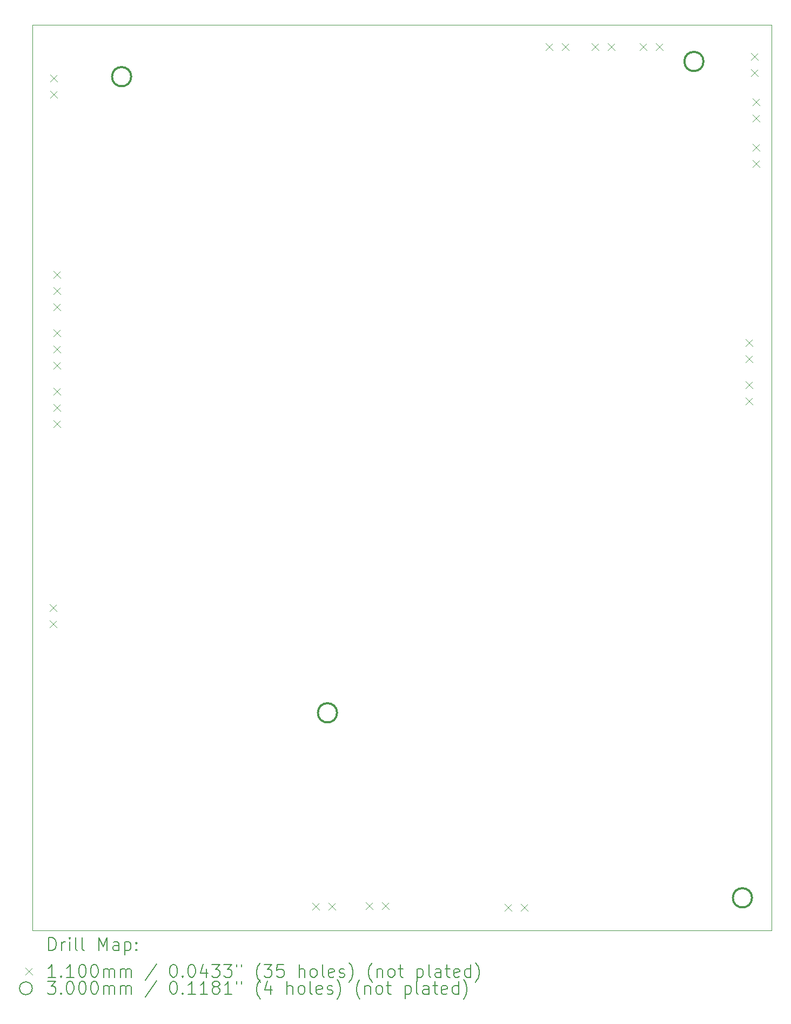
<source format=gbr>
%TF.GenerationSoftware,KiCad,Pcbnew,8.0.1*%
%TF.CreationDate,2024-08-10T17:11:05+02:00*%
%TF.ProjectId,Tracker,54726163-6b65-4722-9e6b-696361645f70,rev?*%
%TF.SameCoordinates,PX2857260PY98c9c50*%
%TF.FileFunction,Drillmap*%
%TF.FilePolarity,Positive*%
%FSLAX45Y45*%
G04 Gerber Fmt 4.5, Leading zero omitted, Abs format (unit mm)*
G04 Created by KiCad (PCBNEW 8.0.1) date 2024-08-10 17:11:05*
%MOMM*%
%LPD*%
G01*
G04 APERTURE LIST*
%ADD10C,0.100000*%
%ADD11C,0.200000*%
%ADD12C,0.110000*%
%ADD13C,0.300000*%
G04 APERTURE END LIST*
D10*
X5271185Y14088748D02*
X16855000Y14088748D01*
X16855000Y-81252D01*
X5271185Y-81252D01*
X5271185Y14088748D01*
D11*
D12*
X5544000Y5024000D02*
X5654000Y4914000D01*
X5654000Y5024000D02*
X5544000Y4914000D01*
X5544000Y4770000D02*
X5654000Y4660000D01*
X5654000Y4770000D02*
X5544000Y4660000D01*
X5544800Y13307400D02*
X5654800Y13197400D01*
X5654800Y13307400D02*
X5544800Y13197400D01*
X5544800Y13053400D02*
X5654800Y12943400D01*
X5654800Y13053400D02*
X5544800Y12943400D01*
X5595600Y10234000D02*
X5705600Y10124000D01*
X5705600Y10234000D02*
X5595600Y10124000D01*
X5595600Y9980000D02*
X5705600Y9870000D01*
X5705600Y9980000D02*
X5595600Y9870000D01*
X5595600Y9726000D02*
X5705600Y9616000D01*
X5705600Y9726000D02*
X5595600Y9616000D01*
X5595600Y9319600D02*
X5705600Y9209600D01*
X5705600Y9319600D02*
X5595600Y9209600D01*
X5595600Y9065600D02*
X5705600Y8955600D01*
X5705600Y9065600D02*
X5595600Y8955600D01*
X5595600Y8811600D02*
X5705600Y8701600D01*
X5705600Y8811600D02*
X5595600Y8701600D01*
X5595600Y8405200D02*
X5705600Y8295200D01*
X5705600Y8405200D02*
X5595600Y8295200D01*
X5595600Y8151200D02*
X5705600Y8041200D01*
X5705600Y8151200D02*
X5595600Y8041200D01*
X5595600Y7897200D02*
X5705600Y7787200D01*
X5705600Y7897200D02*
X5595600Y7787200D01*
X9656000Y349500D02*
X9766000Y239500D01*
X9766000Y349500D02*
X9656000Y239500D01*
X9910000Y349500D02*
X10020000Y239500D01*
X10020000Y349500D02*
X9910000Y239500D01*
X10490000Y353500D02*
X10600000Y243500D01*
X10600000Y353500D02*
X10490000Y243500D01*
X10744000Y353500D02*
X10854000Y243500D01*
X10854000Y353500D02*
X10744000Y243500D01*
X12670000Y333000D02*
X12780000Y223000D01*
X12780000Y333000D02*
X12670000Y223000D01*
X12924000Y333000D02*
X13034000Y223000D01*
X13034000Y333000D02*
X12924000Y223000D01*
X13313000Y13802000D02*
X13423000Y13692000D01*
X13423000Y13802000D02*
X13313000Y13692000D01*
X13567000Y13802000D02*
X13677000Y13692000D01*
X13677000Y13802000D02*
X13567000Y13692000D01*
X14033500Y13797500D02*
X14143500Y13687500D01*
X14143500Y13797500D02*
X14033500Y13687500D01*
X14287500Y13797500D02*
X14397500Y13687500D01*
X14397500Y13797500D02*
X14287500Y13687500D01*
X14788500Y13802500D02*
X14898500Y13692500D01*
X14898500Y13802500D02*
X14788500Y13692500D01*
X15042500Y13802500D02*
X15152500Y13692500D01*
X15152500Y13802500D02*
X15042500Y13692500D01*
X16441400Y9167200D02*
X16551400Y9057200D01*
X16551400Y9167200D02*
X16441400Y9057200D01*
X16441400Y8913200D02*
X16551400Y8803200D01*
X16551400Y8913200D02*
X16441400Y8803200D01*
X16441400Y8506800D02*
X16551400Y8396800D01*
X16551400Y8506800D02*
X16441400Y8396800D01*
X16441400Y8252800D02*
X16551400Y8142800D01*
X16551400Y8252800D02*
X16441400Y8142800D01*
X16526100Y13650400D02*
X16636100Y13540400D01*
X16636100Y13650400D02*
X16526100Y13540400D01*
X16526100Y13396400D02*
X16636100Y13286400D01*
X16636100Y13396400D02*
X16526100Y13286400D01*
X16551500Y12939200D02*
X16661500Y12829200D01*
X16661500Y12939200D02*
X16551500Y12829200D01*
X16551500Y12685200D02*
X16661500Y12575200D01*
X16661500Y12685200D02*
X16551500Y12575200D01*
X16551500Y12228000D02*
X16661500Y12118000D01*
X16661500Y12228000D02*
X16551500Y12118000D01*
X16551500Y11974000D02*
X16661500Y11864000D01*
X16661500Y11974000D02*
X16551500Y11864000D01*
D13*
X6816600Y13277800D02*
G75*
G02*
X6516600Y13277800I-150000J0D01*
G01*
X6516600Y13277800D02*
G75*
G02*
X6816600Y13277800I150000J0D01*
G01*
X10042400Y3321000D02*
G75*
G02*
X9742400Y3321000I-150000J0D01*
G01*
X9742400Y3321000D02*
G75*
G02*
X10042400Y3321000I150000J0D01*
G01*
X15785000Y13516000D02*
G75*
G02*
X15485000Y13516000I-150000J0D01*
G01*
X15485000Y13516000D02*
G75*
G02*
X15785000Y13516000I150000J0D01*
G01*
X16544800Y425400D02*
G75*
G02*
X16244800Y425400I-150000J0D01*
G01*
X16244800Y425400D02*
G75*
G02*
X16544800Y425400I150000J0D01*
G01*
D11*
X5526961Y-397736D02*
X5526961Y-197736D01*
X5526961Y-197736D02*
X5574580Y-197736D01*
X5574580Y-197736D02*
X5603152Y-207260D01*
X5603152Y-207260D02*
X5622199Y-226307D01*
X5622199Y-226307D02*
X5631723Y-245355D01*
X5631723Y-245355D02*
X5641247Y-283450D01*
X5641247Y-283450D02*
X5641247Y-312022D01*
X5641247Y-312022D02*
X5631723Y-350117D01*
X5631723Y-350117D02*
X5622199Y-369164D01*
X5622199Y-369164D02*
X5603152Y-388212D01*
X5603152Y-388212D02*
X5574580Y-397736D01*
X5574580Y-397736D02*
X5526961Y-397736D01*
X5726961Y-397736D02*
X5726961Y-264402D01*
X5726961Y-302498D02*
X5736485Y-283450D01*
X5736485Y-283450D02*
X5746009Y-273926D01*
X5746009Y-273926D02*
X5765056Y-264402D01*
X5765056Y-264402D02*
X5784104Y-264402D01*
X5850771Y-397736D02*
X5850771Y-264402D01*
X5850771Y-197736D02*
X5841247Y-207260D01*
X5841247Y-207260D02*
X5850771Y-216783D01*
X5850771Y-216783D02*
X5860295Y-207260D01*
X5860295Y-207260D02*
X5850771Y-197736D01*
X5850771Y-197736D02*
X5850771Y-216783D01*
X5974580Y-397736D02*
X5955533Y-388212D01*
X5955533Y-388212D02*
X5946009Y-369164D01*
X5946009Y-369164D02*
X5946009Y-197736D01*
X6079342Y-397736D02*
X6060295Y-388212D01*
X6060295Y-388212D02*
X6050771Y-369164D01*
X6050771Y-369164D02*
X6050771Y-197736D01*
X6307914Y-397736D02*
X6307914Y-197736D01*
X6307914Y-197736D02*
X6374580Y-340593D01*
X6374580Y-340593D02*
X6441247Y-197736D01*
X6441247Y-197736D02*
X6441247Y-397736D01*
X6622199Y-397736D02*
X6622199Y-292974D01*
X6622199Y-292974D02*
X6612676Y-273926D01*
X6612676Y-273926D02*
X6593628Y-264402D01*
X6593628Y-264402D02*
X6555533Y-264402D01*
X6555533Y-264402D02*
X6536485Y-273926D01*
X6622199Y-388212D02*
X6603152Y-397736D01*
X6603152Y-397736D02*
X6555533Y-397736D01*
X6555533Y-397736D02*
X6536485Y-388212D01*
X6536485Y-388212D02*
X6526961Y-369164D01*
X6526961Y-369164D02*
X6526961Y-350117D01*
X6526961Y-350117D02*
X6536485Y-331069D01*
X6536485Y-331069D02*
X6555533Y-321545D01*
X6555533Y-321545D02*
X6603152Y-321545D01*
X6603152Y-321545D02*
X6622199Y-312022D01*
X6717437Y-264402D02*
X6717437Y-464402D01*
X6717437Y-273926D02*
X6736485Y-264402D01*
X6736485Y-264402D02*
X6774580Y-264402D01*
X6774580Y-264402D02*
X6793628Y-273926D01*
X6793628Y-273926D02*
X6803152Y-283450D01*
X6803152Y-283450D02*
X6812676Y-302498D01*
X6812676Y-302498D02*
X6812676Y-359640D01*
X6812676Y-359640D02*
X6803152Y-378688D01*
X6803152Y-378688D02*
X6793628Y-388212D01*
X6793628Y-388212D02*
X6774580Y-397736D01*
X6774580Y-397736D02*
X6736485Y-397736D01*
X6736485Y-397736D02*
X6717437Y-388212D01*
X6898390Y-378688D02*
X6907914Y-388212D01*
X6907914Y-388212D02*
X6898390Y-397736D01*
X6898390Y-397736D02*
X6888866Y-388212D01*
X6888866Y-388212D02*
X6898390Y-378688D01*
X6898390Y-378688D02*
X6898390Y-397736D01*
X6898390Y-273926D02*
X6907914Y-283450D01*
X6907914Y-283450D02*
X6898390Y-292974D01*
X6898390Y-292974D02*
X6888866Y-283450D01*
X6888866Y-283450D02*
X6898390Y-273926D01*
X6898390Y-273926D02*
X6898390Y-292974D01*
D12*
X5156185Y-671252D02*
X5266185Y-781252D01*
X5266185Y-671252D02*
X5156185Y-781252D01*
D11*
X5631723Y-817736D02*
X5517438Y-817736D01*
X5574580Y-817736D02*
X5574580Y-617736D01*
X5574580Y-617736D02*
X5555533Y-646307D01*
X5555533Y-646307D02*
X5536485Y-665355D01*
X5536485Y-665355D02*
X5517438Y-674879D01*
X5717437Y-798688D02*
X5726961Y-808212D01*
X5726961Y-808212D02*
X5717437Y-817736D01*
X5717437Y-817736D02*
X5707914Y-808212D01*
X5707914Y-808212D02*
X5717437Y-798688D01*
X5717437Y-798688D02*
X5717437Y-817736D01*
X5917437Y-817736D02*
X5803152Y-817736D01*
X5860295Y-817736D02*
X5860295Y-617736D01*
X5860295Y-617736D02*
X5841247Y-646307D01*
X5841247Y-646307D02*
X5822199Y-665355D01*
X5822199Y-665355D02*
X5803152Y-674879D01*
X6041247Y-617736D02*
X6060295Y-617736D01*
X6060295Y-617736D02*
X6079342Y-627260D01*
X6079342Y-627260D02*
X6088866Y-636783D01*
X6088866Y-636783D02*
X6098390Y-655831D01*
X6098390Y-655831D02*
X6107914Y-693926D01*
X6107914Y-693926D02*
X6107914Y-741545D01*
X6107914Y-741545D02*
X6098390Y-779640D01*
X6098390Y-779640D02*
X6088866Y-798688D01*
X6088866Y-798688D02*
X6079342Y-808212D01*
X6079342Y-808212D02*
X6060295Y-817736D01*
X6060295Y-817736D02*
X6041247Y-817736D01*
X6041247Y-817736D02*
X6022199Y-808212D01*
X6022199Y-808212D02*
X6012676Y-798688D01*
X6012676Y-798688D02*
X6003152Y-779640D01*
X6003152Y-779640D02*
X5993628Y-741545D01*
X5993628Y-741545D02*
X5993628Y-693926D01*
X5993628Y-693926D02*
X6003152Y-655831D01*
X6003152Y-655831D02*
X6012676Y-636783D01*
X6012676Y-636783D02*
X6022199Y-627260D01*
X6022199Y-627260D02*
X6041247Y-617736D01*
X6231723Y-617736D02*
X6250771Y-617736D01*
X6250771Y-617736D02*
X6269818Y-627260D01*
X6269818Y-627260D02*
X6279342Y-636783D01*
X6279342Y-636783D02*
X6288866Y-655831D01*
X6288866Y-655831D02*
X6298390Y-693926D01*
X6298390Y-693926D02*
X6298390Y-741545D01*
X6298390Y-741545D02*
X6288866Y-779640D01*
X6288866Y-779640D02*
X6279342Y-798688D01*
X6279342Y-798688D02*
X6269818Y-808212D01*
X6269818Y-808212D02*
X6250771Y-817736D01*
X6250771Y-817736D02*
X6231723Y-817736D01*
X6231723Y-817736D02*
X6212676Y-808212D01*
X6212676Y-808212D02*
X6203152Y-798688D01*
X6203152Y-798688D02*
X6193628Y-779640D01*
X6193628Y-779640D02*
X6184104Y-741545D01*
X6184104Y-741545D02*
X6184104Y-693926D01*
X6184104Y-693926D02*
X6193628Y-655831D01*
X6193628Y-655831D02*
X6203152Y-636783D01*
X6203152Y-636783D02*
X6212676Y-627260D01*
X6212676Y-627260D02*
X6231723Y-617736D01*
X6384104Y-817736D02*
X6384104Y-684402D01*
X6384104Y-703450D02*
X6393628Y-693926D01*
X6393628Y-693926D02*
X6412676Y-684402D01*
X6412676Y-684402D02*
X6441247Y-684402D01*
X6441247Y-684402D02*
X6460295Y-693926D01*
X6460295Y-693926D02*
X6469818Y-712974D01*
X6469818Y-712974D02*
X6469818Y-817736D01*
X6469818Y-712974D02*
X6479342Y-693926D01*
X6479342Y-693926D02*
X6498390Y-684402D01*
X6498390Y-684402D02*
X6526961Y-684402D01*
X6526961Y-684402D02*
X6546009Y-693926D01*
X6546009Y-693926D02*
X6555533Y-712974D01*
X6555533Y-712974D02*
X6555533Y-817736D01*
X6650771Y-817736D02*
X6650771Y-684402D01*
X6650771Y-703450D02*
X6660295Y-693926D01*
X6660295Y-693926D02*
X6679342Y-684402D01*
X6679342Y-684402D02*
X6707914Y-684402D01*
X6707914Y-684402D02*
X6726961Y-693926D01*
X6726961Y-693926D02*
X6736485Y-712974D01*
X6736485Y-712974D02*
X6736485Y-817736D01*
X6736485Y-712974D02*
X6746009Y-693926D01*
X6746009Y-693926D02*
X6765057Y-684402D01*
X6765057Y-684402D02*
X6793628Y-684402D01*
X6793628Y-684402D02*
X6812676Y-693926D01*
X6812676Y-693926D02*
X6822199Y-712974D01*
X6822199Y-712974D02*
X6822199Y-817736D01*
X7212676Y-608212D02*
X7041247Y-865355D01*
X7469819Y-617736D02*
X7488866Y-617736D01*
X7488866Y-617736D02*
X7507914Y-627260D01*
X7507914Y-627260D02*
X7517438Y-636783D01*
X7517438Y-636783D02*
X7526961Y-655831D01*
X7526961Y-655831D02*
X7536485Y-693926D01*
X7536485Y-693926D02*
X7536485Y-741545D01*
X7536485Y-741545D02*
X7526961Y-779640D01*
X7526961Y-779640D02*
X7517438Y-798688D01*
X7517438Y-798688D02*
X7507914Y-808212D01*
X7507914Y-808212D02*
X7488866Y-817736D01*
X7488866Y-817736D02*
X7469819Y-817736D01*
X7469819Y-817736D02*
X7450771Y-808212D01*
X7450771Y-808212D02*
X7441247Y-798688D01*
X7441247Y-798688D02*
X7431723Y-779640D01*
X7431723Y-779640D02*
X7422200Y-741545D01*
X7422200Y-741545D02*
X7422200Y-693926D01*
X7422200Y-693926D02*
X7431723Y-655831D01*
X7431723Y-655831D02*
X7441247Y-636783D01*
X7441247Y-636783D02*
X7450771Y-627260D01*
X7450771Y-627260D02*
X7469819Y-617736D01*
X7622200Y-798688D02*
X7631723Y-808212D01*
X7631723Y-808212D02*
X7622200Y-817736D01*
X7622200Y-817736D02*
X7612676Y-808212D01*
X7612676Y-808212D02*
X7622200Y-798688D01*
X7622200Y-798688D02*
X7622200Y-817736D01*
X7755533Y-617736D02*
X7774581Y-617736D01*
X7774581Y-617736D02*
X7793628Y-627260D01*
X7793628Y-627260D02*
X7803152Y-636783D01*
X7803152Y-636783D02*
X7812676Y-655831D01*
X7812676Y-655831D02*
X7822200Y-693926D01*
X7822200Y-693926D02*
X7822200Y-741545D01*
X7822200Y-741545D02*
X7812676Y-779640D01*
X7812676Y-779640D02*
X7803152Y-798688D01*
X7803152Y-798688D02*
X7793628Y-808212D01*
X7793628Y-808212D02*
X7774581Y-817736D01*
X7774581Y-817736D02*
X7755533Y-817736D01*
X7755533Y-817736D02*
X7736485Y-808212D01*
X7736485Y-808212D02*
X7726961Y-798688D01*
X7726961Y-798688D02*
X7717438Y-779640D01*
X7717438Y-779640D02*
X7707914Y-741545D01*
X7707914Y-741545D02*
X7707914Y-693926D01*
X7707914Y-693926D02*
X7717438Y-655831D01*
X7717438Y-655831D02*
X7726961Y-636783D01*
X7726961Y-636783D02*
X7736485Y-627260D01*
X7736485Y-627260D02*
X7755533Y-617736D01*
X7993628Y-684402D02*
X7993628Y-817736D01*
X7946009Y-608212D02*
X7898390Y-751069D01*
X7898390Y-751069D02*
X8022200Y-751069D01*
X8079342Y-617736D02*
X8203152Y-617736D01*
X8203152Y-617736D02*
X8136485Y-693926D01*
X8136485Y-693926D02*
X8165057Y-693926D01*
X8165057Y-693926D02*
X8184104Y-703450D01*
X8184104Y-703450D02*
X8193628Y-712974D01*
X8193628Y-712974D02*
X8203152Y-732021D01*
X8203152Y-732021D02*
X8203152Y-779640D01*
X8203152Y-779640D02*
X8193628Y-798688D01*
X8193628Y-798688D02*
X8184104Y-808212D01*
X8184104Y-808212D02*
X8165057Y-817736D01*
X8165057Y-817736D02*
X8107914Y-817736D01*
X8107914Y-817736D02*
X8088866Y-808212D01*
X8088866Y-808212D02*
X8079342Y-798688D01*
X8269819Y-617736D02*
X8393628Y-617736D01*
X8393628Y-617736D02*
X8326961Y-693926D01*
X8326961Y-693926D02*
X8355533Y-693926D01*
X8355533Y-693926D02*
X8374581Y-703450D01*
X8374581Y-703450D02*
X8384104Y-712974D01*
X8384104Y-712974D02*
X8393628Y-732021D01*
X8393628Y-732021D02*
X8393628Y-779640D01*
X8393628Y-779640D02*
X8384104Y-798688D01*
X8384104Y-798688D02*
X8374581Y-808212D01*
X8374581Y-808212D02*
X8355533Y-817736D01*
X8355533Y-817736D02*
X8298390Y-817736D01*
X8298390Y-817736D02*
X8279342Y-808212D01*
X8279342Y-808212D02*
X8269819Y-798688D01*
X8469819Y-617736D02*
X8469819Y-655831D01*
X8546009Y-617736D02*
X8546009Y-655831D01*
X8841247Y-893926D02*
X8831724Y-884402D01*
X8831724Y-884402D02*
X8812676Y-855831D01*
X8812676Y-855831D02*
X8803152Y-836783D01*
X8803152Y-836783D02*
X8793628Y-808212D01*
X8793628Y-808212D02*
X8784105Y-760593D01*
X8784105Y-760593D02*
X8784105Y-722498D01*
X8784105Y-722498D02*
X8793628Y-674879D01*
X8793628Y-674879D02*
X8803152Y-646307D01*
X8803152Y-646307D02*
X8812676Y-627260D01*
X8812676Y-627260D02*
X8831724Y-598688D01*
X8831724Y-598688D02*
X8841247Y-589164D01*
X8898390Y-617736D02*
X9022200Y-617736D01*
X9022200Y-617736D02*
X8955533Y-693926D01*
X8955533Y-693926D02*
X8984105Y-693926D01*
X8984105Y-693926D02*
X9003152Y-703450D01*
X9003152Y-703450D02*
X9012676Y-712974D01*
X9012676Y-712974D02*
X9022200Y-732021D01*
X9022200Y-732021D02*
X9022200Y-779640D01*
X9022200Y-779640D02*
X9012676Y-798688D01*
X9012676Y-798688D02*
X9003152Y-808212D01*
X9003152Y-808212D02*
X8984105Y-817736D01*
X8984105Y-817736D02*
X8926962Y-817736D01*
X8926962Y-817736D02*
X8907914Y-808212D01*
X8907914Y-808212D02*
X8898390Y-798688D01*
X9203152Y-617736D02*
X9107914Y-617736D01*
X9107914Y-617736D02*
X9098390Y-712974D01*
X9098390Y-712974D02*
X9107914Y-703450D01*
X9107914Y-703450D02*
X9126962Y-693926D01*
X9126962Y-693926D02*
X9174581Y-693926D01*
X9174581Y-693926D02*
X9193628Y-703450D01*
X9193628Y-703450D02*
X9203152Y-712974D01*
X9203152Y-712974D02*
X9212676Y-732021D01*
X9212676Y-732021D02*
X9212676Y-779640D01*
X9212676Y-779640D02*
X9203152Y-798688D01*
X9203152Y-798688D02*
X9193628Y-808212D01*
X9193628Y-808212D02*
X9174581Y-817736D01*
X9174581Y-817736D02*
X9126962Y-817736D01*
X9126962Y-817736D02*
X9107914Y-808212D01*
X9107914Y-808212D02*
X9098390Y-798688D01*
X9450771Y-817736D02*
X9450771Y-617736D01*
X9536486Y-817736D02*
X9536486Y-712974D01*
X9536486Y-712974D02*
X9526962Y-693926D01*
X9526962Y-693926D02*
X9507914Y-684402D01*
X9507914Y-684402D02*
X9479343Y-684402D01*
X9479343Y-684402D02*
X9460295Y-693926D01*
X9460295Y-693926D02*
X9450771Y-703450D01*
X9660295Y-817736D02*
X9641247Y-808212D01*
X9641247Y-808212D02*
X9631724Y-798688D01*
X9631724Y-798688D02*
X9622200Y-779640D01*
X9622200Y-779640D02*
X9622200Y-722498D01*
X9622200Y-722498D02*
X9631724Y-703450D01*
X9631724Y-703450D02*
X9641247Y-693926D01*
X9641247Y-693926D02*
X9660295Y-684402D01*
X9660295Y-684402D02*
X9688867Y-684402D01*
X9688867Y-684402D02*
X9707914Y-693926D01*
X9707914Y-693926D02*
X9717438Y-703450D01*
X9717438Y-703450D02*
X9726962Y-722498D01*
X9726962Y-722498D02*
X9726962Y-779640D01*
X9726962Y-779640D02*
X9717438Y-798688D01*
X9717438Y-798688D02*
X9707914Y-808212D01*
X9707914Y-808212D02*
X9688867Y-817736D01*
X9688867Y-817736D02*
X9660295Y-817736D01*
X9841247Y-817736D02*
X9822200Y-808212D01*
X9822200Y-808212D02*
X9812676Y-789164D01*
X9812676Y-789164D02*
X9812676Y-617736D01*
X9993628Y-808212D02*
X9974581Y-817736D01*
X9974581Y-817736D02*
X9936486Y-817736D01*
X9936486Y-817736D02*
X9917438Y-808212D01*
X9917438Y-808212D02*
X9907914Y-789164D01*
X9907914Y-789164D02*
X9907914Y-712974D01*
X9907914Y-712974D02*
X9917438Y-693926D01*
X9917438Y-693926D02*
X9936486Y-684402D01*
X9936486Y-684402D02*
X9974581Y-684402D01*
X9974581Y-684402D02*
X9993628Y-693926D01*
X9993628Y-693926D02*
X10003152Y-712974D01*
X10003152Y-712974D02*
X10003152Y-732021D01*
X10003152Y-732021D02*
X9907914Y-751069D01*
X10079343Y-808212D02*
X10098390Y-817736D01*
X10098390Y-817736D02*
X10136486Y-817736D01*
X10136486Y-817736D02*
X10155533Y-808212D01*
X10155533Y-808212D02*
X10165057Y-789164D01*
X10165057Y-789164D02*
X10165057Y-779640D01*
X10165057Y-779640D02*
X10155533Y-760593D01*
X10155533Y-760593D02*
X10136486Y-751069D01*
X10136486Y-751069D02*
X10107914Y-751069D01*
X10107914Y-751069D02*
X10088867Y-741545D01*
X10088867Y-741545D02*
X10079343Y-722498D01*
X10079343Y-722498D02*
X10079343Y-712974D01*
X10079343Y-712974D02*
X10088867Y-693926D01*
X10088867Y-693926D02*
X10107914Y-684402D01*
X10107914Y-684402D02*
X10136486Y-684402D01*
X10136486Y-684402D02*
X10155533Y-693926D01*
X10231724Y-893926D02*
X10241248Y-884402D01*
X10241248Y-884402D02*
X10260295Y-855831D01*
X10260295Y-855831D02*
X10269819Y-836783D01*
X10269819Y-836783D02*
X10279343Y-808212D01*
X10279343Y-808212D02*
X10288867Y-760593D01*
X10288867Y-760593D02*
X10288867Y-722498D01*
X10288867Y-722498D02*
X10279343Y-674879D01*
X10279343Y-674879D02*
X10269819Y-646307D01*
X10269819Y-646307D02*
X10260295Y-627260D01*
X10260295Y-627260D02*
X10241248Y-598688D01*
X10241248Y-598688D02*
X10231724Y-589164D01*
X10593629Y-893926D02*
X10584105Y-884402D01*
X10584105Y-884402D02*
X10565057Y-855831D01*
X10565057Y-855831D02*
X10555533Y-836783D01*
X10555533Y-836783D02*
X10546009Y-808212D01*
X10546009Y-808212D02*
X10536486Y-760593D01*
X10536486Y-760593D02*
X10536486Y-722498D01*
X10536486Y-722498D02*
X10546009Y-674879D01*
X10546009Y-674879D02*
X10555533Y-646307D01*
X10555533Y-646307D02*
X10565057Y-627260D01*
X10565057Y-627260D02*
X10584105Y-598688D01*
X10584105Y-598688D02*
X10593629Y-589164D01*
X10669819Y-684402D02*
X10669819Y-817736D01*
X10669819Y-703450D02*
X10679343Y-693926D01*
X10679343Y-693926D02*
X10698390Y-684402D01*
X10698390Y-684402D02*
X10726962Y-684402D01*
X10726962Y-684402D02*
X10746009Y-693926D01*
X10746009Y-693926D02*
X10755533Y-712974D01*
X10755533Y-712974D02*
X10755533Y-817736D01*
X10879343Y-817736D02*
X10860295Y-808212D01*
X10860295Y-808212D02*
X10850771Y-798688D01*
X10850771Y-798688D02*
X10841248Y-779640D01*
X10841248Y-779640D02*
X10841248Y-722498D01*
X10841248Y-722498D02*
X10850771Y-703450D01*
X10850771Y-703450D02*
X10860295Y-693926D01*
X10860295Y-693926D02*
X10879343Y-684402D01*
X10879343Y-684402D02*
X10907914Y-684402D01*
X10907914Y-684402D02*
X10926962Y-693926D01*
X10926962Y-693926D02*
X10936486Y-703450D01*
X10936486Y-703450D02*
X10946009Y-722498D01*
X10946009Y-722498D02*
X10946009Y-779640D01*
X10946009Y-779640D02*
X10936486Y-798688D01*
X10936486Y-798688D02*
X10926962Y-808212D01*
X10926962Y-808212D02*
X10907914Y-817736D01*
X10907914Y-817736D02*
X10879343Y-817736D01*
X11003152Y-684402D02*
X11079343Y-684402D01*
X11031724Y-617736D02*
X11031724Y-789164D01*
X11031724Y-789164D02*
X11041248Y-808212D01*
X11041248Y-808212D02*
X11060295Y-817736D01*
X11060295Y-817736D02*
X11079343Y-817736D01*
X11298390Y-684402D02*
X11298390Y-884402D01*
X11298390Y-693926D02*
X11317438Y-684402D01*
X11317438Y-684402D02*
X11355533Y-684402D01*
X11355533Y-684402D02*
X11374581Y-693926D01*
X11374581Y-693926D02*
X11384105Y-703450D01*
X11384105Y-703450D02*
X11393628Y-722498D01*
X11393628Y-722498D02*
X11393628Y-779640D01*
X11393628Y-779640D02*
X11384105Y-798688D01*
X11384105Y-798688D02*
X11374581Y-808212D01*
X11374581Y-808212D02*
X11355533Y-817736D01*
X11355533Y-817736D02*
X11317438Y-817736D01*
X11317438Y-817736D02*
X11298390Y-808212D01*
X11507914Y-817736D02*
X11488867Y-808212D01*
X11488867Y-808212D02*
X11479343Y-789164D01*
X11479343Y-789164D02*
X11479343Y-617736D01*
X11669819Y-817736D02*
X11669819Y-712974D01*
X11669819Y-712974D02*
X11660295Y-693926D01*
X11660295Y-693926D02*
X11641248Y-684402D01*
X11641248Y-684402D02*
X11603152Y-684402D01*
X11603152Y-684402D02*
X11584105Y-693926D01*
X11669819Y-808212D02*
X11650771Y-817736D01*
X11650771Y-817736D02*
X11603152Y-817736D01*
X11603152Y-817736D02*
X11584105Y-808212D01*
X11584105Y-808212D02*
X11574581Y-789164D01*
X11574581Y-789164D02*
X11574581Y-770117D01*
X11574581Y-770117D02*
X11584105Y-751069D01*
X11584105Y-751069D02*
X11603152Y-741545D01*
X11603152Y-741545D02*
X11650771Y-741545D01*
X11650771Y-741545D02*
X11669819Y-732021D01*
X11736486Y-684402D02*
X11812676Y-684402D01*
X11765057Y-617736D02*
X11765057Y-789164D01*
X11765057Y-789164D02*
X11774581Y-808212D01*
X11774581Y-808212D02*
X11793628Y-817736D01*
X11793628Y-817736D02*
X11812676Y-817736D01*
X11955533Y-808212D02*
X11936486Y-817736D01*
X11936486Y-817736D02*
X11898390Y-817736D01*
X11898390Y-817736D02*
X11879343Y-808212D01*
X11879343Y-808212D02*
X11869819Y-789164D01*
X11869819Y-789164D02*
X11869819Y-712974D01*
X11869819Y-712974D02*
X11879343Y-693926D01*
X11879343Y-693926D02*
X11898390Y-684402D01*
X11898390Y-684402D02*
X11936486Y-684402D01*
X11936486Y-684402D02*
X11955533Y-693926D01*
X11955533Y-693926D02*
X11965057Y-712974D01*
X11965057Y-712974D02*
X11965057Y-732021D01*
X11965057Y-732021D02*
X11869819Y-751069D01*
X12136486Y-817736D02*
X12136486Y-617736D01*
X12136486Y-808212D02*
X12117438Y-817736D01*
X12117438Y-817736D02*
X12079343Y-817736D01*
X12079343Y-817736D02*
X12060295Y-808212D01*
X12060295Y-808212D02*
X12050771Y-798688D01*
X12050771Y-798688D02*
X12041248Y-779640D01*
X12041248Y-779640D02*
X12041248Y-722498D01*
X12041248Y-722498D02*
X12050771Y-703450D01*
X12050771Y-703450D02*
X12060295Y-693926D01*
X12060295Y-693926D02*
X12079343Y-684402D01*
X12079343Y-684402D02*
X12117438Y-684402D01*
X12117438Y-684402D02*
X12136486Y-693926D01*
X12212676Y-893926D02*
X12222200Y-884402D01*
X12222200Y-884402D02*
X12241248Y-855831D01*
X12241248Y-855831D02*
X12250771Y-836783D01*
X12250771Y-836783D02*
X12260295Y-808212D01*
X12260295Y-808212D02*
X12269819Y-760593D01*
X12269819Y-760593D02*
X12269819Y-722498D01*
X12269819Y-722498D02*
X12260295Y-674879D01*
X12260295Y-674879D02*
X12250771Y-646307D01*
X12250771Y-646307D02*
X12241248Y-627260D01*
X12241248Y-627260D02*
X12222200Y-598688D01*
X12222200Y-598688D02*
X12212676Y-589164D01*
X5266185Y-990252D02*
G75*
G02*
X5066185Y-990252I-100000J0D01*
G01*
X5066185Y-990252D02*
G75*
G02*
X5266185Y-990252I100000J0D01*
G01*
X5507914Y-881736D02*
X5631723Y-881736D01*
X5631723Y-881736D02*
X5565057Y-957926D01*
X5565057Y-957926D02*
X5593628Y-957926D01*
X5593628Y-957926D02*
X5612676Y-967450D01*
X5612676Y-967450D02*
X5622199Y-976974D01*
X5622199Y-976974D02*
X5631723Y-996021D01*
X5631723Y-996021D02*
X5631723Y-1043640D01*
X5631723Y-1043640D02*
X5622199Y-1062688D01*
X5622199Y-1062688D02*
X5612676Y-1072212D01*
X5612676Y-1072212D02*
X5593628Y-1081736D01*
X5593628Y-1081736D02*
X5536485Y-1081736D01*
X5536485Y-1081736D02*
X5517438Y-1072212D01*
X5517438Y-1072212D02*
X5507914Y-1062688D01*
X5717437Y-1062688D02*
X5726961Y-1072212D01*
X5726961Y-1072212D02*
X5717437Y-1081736D01*
X5717437Y-1081736D02*
X5707914Y-1072212D01*
X5707914Y-1072212D02*
X5717437Y-1062688D01*
X5717437Y-1062688D02*
X5717437Y-1081736D01*
X5850771Y-881736D02*
X5869818Y-881736D01*
X5869818Y-881736D02*
X5888866Y-891260D01*
X5888866Y-891260D02*
X5898390Y-900783D01*
X5898390Y-900783D02*
X5907914Y-919831D01*
X5907914Y-919831D02*
X5917437Y-957926D01*
X5917437Y-957926D02*
X5917437Y-1005545D01*
X5917437Y-1005545D02*
X5907914Y-1043640D01*
X5907914Y-1043640D02*
X5898390Y-1062688D01*
X5898390Y-1062688D02*
X5888866Y-1072212D01*
X5888866Y-1072212D02*
X5869818Y-1081736D01*
X5869818Y-1081736D02*
X5850771Y-1081736D01*
X5850771Y-1081736D02*
X5831723Y-1072212D01*
X5831723Y-1072212D02*
X5822199Y-1062688D01*
X5822199Y-1062688D02*
X5812676Y-1043640D01*
X5812676Y-1043640D02*
X5803152Y-1005545D01*
X5803152Y-1005545D02*
X5803152Y-957926D01*
X5803152Y-957926D02*
X5812676Y-919831D01*
X5812676Y-919831D02*
X5822199Y-900783D01*
X5822199Y-900783D02*
X5831723Y-891260D01*
X5831723Y-891260D02*
X5850771Y-881736D01*
X6041247Y-881736D02*
X6060295Y-881736D01*
X6060295Y-881736D02*
X6079342Y-891260D01*
X6079342Y-891260D02*
X6088866Y-900783D01*
X6088866Y-900783D02*
X6098390Y-919831D01*
X6098390Y-919831D02*
X6107914Y-957926D01*
X6107914Y-957926D02*
X6107914Y-1005545D01*
X6107914Y-1005545D02*
X6098390Y-1043640D01*
X6098390Y-1043640D02*
X6088866Y-1062688D01*
X6088866Y-1062688D02*
X6079342Y-1072212D01*
X6079342Y-1072212D02*
X6060295Y-1081736D01*
X6060295Y-1081736D02*
X6041247Y-1081736D01*
X6041247Y-1081736D02*
X6022199Y-1072212D01*
X6022199Y-1072212D02*
X6012676Y-1062688D01*
X6012676Y-1062688D02*
X6003152Y-1043640D01*
X6003152Y-1043640D02*
X5993628Y-1005545D01*
X5993628Y-1005545D02*
X5993628Y-957926D01*
X5993628Y-957926D02*
X6003152Y-919831D01*
X6003152Y-919831D02*
X6012676Y-900783D01*
X6012676Y-900783D02*
X6022199Y-891260D01*
X6022199Y-891260D02*
X6041247Y-881736D01*
X6231723Y-881736D02*
X6250771Y-881736D01*
X6250771Y-881736D02*
X6269818Y-891260D01*
X6269818Y-891260D02*
X6279342Y-900783D01*
X6279342Y-900783D02*
X6288866Y-919831D01*
X6288866Y-919831D02*
X6298390Y-957926D01*
X6298390Y-957926D02*
X6298390Y-1005545D01*
X6298390Y-1005545D02*
X6288866Y-1043640D01*
X6288866Y-1043640D02*
X6279342Y-1062688D01*
X6279342Y-1062688D02*
X6269818Y-1072212D01*
X6269818Y-1072212D02*
X6250771Y-1081736D01*
X6250771Y-1081736D02*
X6231723Y-1081736D01*
X6231723Y-1081736D02*
X6212676Y-1072212D01*
X6212676Y-1072212D02*
X6203152Y-1062688D01*
X6203152Y-1062688D02*
X6193628Y-1043640D01*
X6193628Y-1043640D02*
X6184104Y-1005545D01*
X6184104Y-1005545D02*
X6184104Y-957926D01*
X6184104Y-957926D02*
X6193628Y-919831D01*
X6193628Y-919831D02*
X6203152Y-900783D01*
X6203152Y-900783D02*
X6212676Y-891260D01*
X6212676Y-891260D02*
X6231723Y-881736D01*
X6384104Y-1081736D02*
X6384104Y-948402D01*
X6384104Y-967450D02*
X6393628Y-957926D01*
X6393628Y-957926D02*
X6412676Y-948402D01*
X6412676Y-948402D02*
X6441247Y-948402D01*
X6441247Y-948402D02*
X6460295Y-957926D01*
X6460295Y-957926D02*
X6469818Y-976974D01*
X6469818Y-976974D02*
X6469818Y-1081736D01*
X6469818Y-976974D02*
X6479342Y-957926D01*
X6479342Y-957926D02*
X6498390Y-948402D01*
X6498390Y-948402D02*
X6526961Y-948402D01*
X6526961Y-948402D02*
X6546009Y-957926D01*
X6546009Y-957926D02*
X6555533Y-976974D01*
X6555533Y-976974D02*
X6555533Y-1081736D01*
X6650771Y-1081736D02*
X6650771Y-948402D01*
X6650771Y-967450D02*
X6660295Y-957926D01*
X6660295Y-957926D02*
X6679342Y-948402D01*
X6679342Y-948402D02*
X6707914Y-948402D01*
X6707914Y-948402D02*
X6726961Y-957926D01*
X6726961Y-957926D02*
X6736485Y-976974D01*
X6736485Y-976974D02*
X6736485Y-1081736D01*
X6736485Y-976974D02*
X6746009Y-957926D01*
X6746009Y-957926D02*
X6765057Y-948402D01*
X6765057Y-948402D02*
X6793628Y-948402D01*
X6793628Y-948402D02*
X6812676Y-957926D01*
X6812676Y-957926D02*
X6822199Y-976974D01*
X6822199Y-976974D02*
X6822199Y-1081736D01*
X7212676Y-872212D02*
X7041247Y-1129355D01*
X7469819Y-881736D02*
X7488866Y-881736D01*
X7488866Y-881736D02*
X7507914Y-891260D01*
X7507914Y-891260D02*
X7517438Y-900783D01*
X7517438Y-900783D02*
X7526961Y-919831D01*
X7526961Y-919831D02*
X7536485Y-957926D01*
X7536485Y-957926D02*
X7536485Y-1005545D01*
X7536485Y-1005545D02*
X7526961Y-1043640D01*
X7526961Y-1043640D02*
X7517438Y-1062688D01*
X7517438Y-1062688D02*
X7507914Y-1072212D01*
X7507914Y-1072212D02*
X7488866Y-1081736D01*
X7488866Y-1081736D02*
X7469819Y-1081736D01*
X7469819Y-1081736D02*
X7450771Y-1072212D01*
X7450771Y-1072212D02*
X7441247Y-1062688D01*
X7441247Y-1062688D02*
X7431723Y-1043640D01*
X7431723Y-1043640D02*
X7422200Y-1005545D01*
X7422200Y-1005545D02*
X7422200Y-957926D01*
X7422200Y-957926D02*
X7431723Y-919831D01*
X7431723Y-919831D02*
X7441247Y-900783D01*
X7441247Y-900783D02*
X7450771Y-891260D01*
X7450771Y-891260D02*
X7469819Y-881736D01*
X7622200Y-1062688D02*
X7631723Y-1072212D01*
X7631723Y-1072212D02*
X7622200Y-1081736D01*
X7622200Y-1081736D02*
X7612676Y-1072212D01*
X7612676Y-1072212D02*
X7622200Y-1062688D01*
X7622200Y-1062688D02*
X7622200Y-1081736D01*
X7822200Y-1081736D02*
X7707914Y-1081736D01*
X7765057Y-1081736D02*
X7765057Y-881736D01*
X7765057Y-881736D02*
X7746009Y-910307D01*
X7746009Y-910307D02*
X7726961Y-929355D01*
X7726961Y-929355D02*
X7707914Y-938879D01*
X8012676Y-1081736D02*
X7898390Y-1081736D01*
X7955533Y-1081736D02*
X7955533Y-881736D01*
X7955533Y-881736D02*
X7936485Y-910307D01*
X7936485Y-910307D02*
X7917438Y-929355D01*
X7917438Y-929355D02*
X7898390Y-938879D01*
X8126961Y-967450D02*
X8107914Y-957926D01*
X8107914Y-957926D02*
X8098390Y-948402D01*
X8098390Y-948402D02*
X8088866Y-929355D01*
X8088866Y-929355D02*
X8088866Y-919831D01*
X8088866Y-919831D02*
X8098390Y-900783D01*
X8098390Y-900783D02*
X8107914Y-891260D01*
X8107914Y-891260D02*
X8126961Y-881736D01*
X8126961Y-881736D02*
X8165057Y-881736D01*
X8165057Y-881736D02*
X8184104Y-891260D01*
X8184104Y-891260D02*
X8193628Y-900783D01*
X8193628Y-900783D02*
X8203152Y-919831D01*
X8203152Y-919831D02*
X8203152Y-929355D01*
X8203152Y-929355D02*
X8193628Y-948402D01*
X8193628Y-948402D02*
X8184104Y-957926D01*
X8184104Y-957926D02*
X8165057Y-967450D01*
X8165057Y-967450D02*
X8126961Y-967450D01*
X8126961Y-967450D02*
X8107914Y-976974D01*
X8107914Y-976974D02*
X8098390Y-986498D01*
X8098390Y-986498D02*
X8088866Y-1005545D01*
X8088866Y-1005545D02*
X8088866Y-1043640D01*
X8088866Y-1043640D02*
X8098390Y-1062688D01*
X8098390Y-1062688D02*
X8107914Y-1072212D01*
X8107914Y-1072212D02*
X8126961Y-1081736D01*
X8126961Y-1081736D02*
X8165057Y-1081736D01*
X8165057Y-1081736D02*
X8184104Y-1072212D01*
X8184104Y-1072212D02*
X8193628Y-1062688D01*
X8193628Y-1062688D02*
X8203152Y-1043640D01*
X8203152Y-1043640D02*
X8203152Y-1005545D01*
X8203152Y-1005545D02*
X8193628Y-986498D01*
X8193628Y-986498D02*
X8184104Y-976974D01*
X8184104Y-976974D02*
X8165057Y-967450D01*
X8393628Y-1081736D02*
X8279342Y-1081736D01*
X8336485Y-1081736D02*
X8336485Y-881736D01*
X8336485Y-881736D02*
X8317438Y-910307D01*
X8317438Y-910307D02*
X8298390Y-929355D01*
X8298390Y-929355D02*
X8279342Y-938879D01*
X8469819Y-881736D02*
X8469819Y-919831D01*
X8546009Y-881736D02*
X8546009Y-919831D01*
X8841247Y-1157926D02*
X8831724Y-1148402D01*
X8831724Y-1148402D02*
X8812676Y-1119831D01*
X8812676Y-1119831D02*
X8803152Y-1100783D01*
X8803152Y-1100783D02*
X8793628Y-1072212D01*
X8793628Y-1072212D02*
X8784105Y-1024593D01*
X8784105Y-1024593D02*
X8784105Y-986498D01*
X8784105Y-986498D02*
X8793628Y-938879D01*
X8793628Y-938879D02*
X8803152Y-910307D01*
X8803152Y-910307D02*
X8812676Y-891260D01*
X8812676Y-891260D02*
X8831724Y-862688D01*
X8831724Y-862688D02*
X8841247Y-853164D01*
X9003152Y-948402D02*
X9003152Y-1081736D01*
X8955533Y-872212D02*
X8907914Y-1015069D01*
X8907914Y-1015069D02*
X9031724Y-1015069D01*
X9260295Y-1081736D02*
X9260295Y-881736D01*
X9346009Y-1081736D02*
X9346009Y-976974D01*
X9346009Y-976974D02*
X9336486Y-957926D01*
X9336486Y-957926D02*
X9317438Y-948402D01*
X9317438Y-948402D02*
X9288866Y-948402D01*
X9288866Y-948402D02*
X9269819Y-957926D01*
X9269819Y-957926D02*
X9260295Y-967450D01*
X9469819Y-1081736D02*
X9450771Y-1072212D01*
X9450771Y-1072212D02*
X9441247Y-1062688D01*
X9441247Y-1062688D02*
X9431724Y-1043640D01*
X9431724Y-1043640D02*
X9431724Y-986498D01*
X9431724Y-986498D02*
X9441247Y-967450D01*
X9441247Y-967450D02*
X9450771Y-957926D01*
X9450771Y-957926D02*
X9469819Y-948402D01*
X9469819Y-948402D02*
X9498390Y-948402D01*
X9498390Y-948402D02*
X9517438Y-957926D01*
X9517438Y-957926D02*
X9526962Y-967450D01*
X9526962Y-967450D02*
X9536486Y-986498D01*
X9536486Y-986498D02*
X9536486Y-1043640D01*
X9536486Y-1043640D02*
X9526962Y-1062688D01*
X9526962Y-1062688D02*
X9517438Y-1072212D01*
X9517438Y-1072212D02*
X9498390Y-1081736D01*
X9498390Y-1081736D02*
X9469819Y-1081736D01*
X9650771Y-1081736D02*
X9631724Y-1072212D01*
X9631724Y-1072212D02*
X9622200Y-1053164D01*
X9622200Y-1053164D02*
X9622200Y-881736D01*
X9803152Y-1072212D02*
X9784105Y-1081736D01*
X9784105Y-1081736D02*
X9746009Y-1081736D01*
X9746009Y-1081736D02*
X9726962Y-1072212D01*
X9726962Y-1072212D02*
X9717438Y-1053164D01*
X9717438Y-1053164D02*
X9717438Y-976974D01*
X9717438Y-976974D02*
X9726962Y-957926D01*
X9726962Y-957926D02*
X9746009Y-948402D01*
X9746009Y-948402D02*
X9784105Y-948402D01*
X9784105Y-948402D02*
X9803152Y-957926D01*
X9803152Y-957926D02*
X9812676Y-976974D01*
X9812676Y-976974D02*
X9812676Y-996021D01*
X9812676Y-996021D02*
X9717438Y-1015069D01*
X9888867Y-1072212D02*
X9907914Y-1081736D01*
X9907914Y-1081736D02*
X9946009Y-1081736D01*
X9946009Y-1081736D02*
X9965057Y-1072212D01*
X9965057Y-1072212D02*
X9974581Y-1053164D01*
X9974581Y-1053164D02*
X9974581Y-1043640D01*
X9974581Y-1043640D02*
X9965057Y-1024593D01*
X9965057Y-1024593D02*
X9946009Y-1015069D01*
X9946009Y-1015069D02*
X9917438Y-1015069D01*
X9917438Y-1015069D02*
X9898390Y-1005545D01*
X9898390Y-1005545D02*
X9888867Y-986498D01*
X9888867Y-986498D02*
X9888867Y-976974D01*
X9888867Y-976974D02*
X9898390Y-957926D01*
X9898390Y-957926D02*
X9917438Y-948402D01*
X9917438Y-948402D02*
X9946009Y-948402D01*
X9946009Y-948402D02*
X9965057Y-957926D01*
X10041248Y-1157926D02*
X10050771Y-1148402D01*
X10050771Y-1148402D02*
X10069819Y-1119831D01*
X10069819Y-1119831D02*
X10079343Y-1100783D01*
X10079343Y-1100783D02*
X10088867Y-1072212D01*
X10088867Y-1072212D02*
X10098390Y-1024593D01*
X10098390Y-1024593D02*
X10098390Y-986498D01*
X10098390Y-986498D02*
X10088867Y-938879D01*
X10088867Y-938879D02*
X10079343Y-910307D01*
X10079343Y-910307D02*
X10069819Y-891260D01*
X10069819Y-891260D02*
X10050771Y-862688D01*
X10050771Y-862688D02*
X10041248Y-853164D01*
X10403152Y-1157926D02*
X10393628Y-1148402D01*
X10393628Y-1148402D02*
X10374581Y-1119831D01*
X10374581Y-1119831D02*
X10365057Y-1100783D01*
X10365057Y-1100783D02*
X10355533Y-1072212D01*
X10355533Y-1072212D02*
X10346009Y-1024593D01*
X10346009Y-1024593D02*
X10346009Y-986498D01*
X10346009Y-986498D02*
X10355533Y-938879D01*
X10355533Y-938879D02*
X10365057Y-910307D01*
X10365057Y-910307D02*
X10374581Y-891260D01*
X10374581Y-891260D02*
X10393628Y-862688D01*
X10393628Y-862688D02*
X10403152Y-853164D01*
X10479343Y-948402D02*
X10479343Y-1081736D01*
X10479343Y-967450D02*
X10488867Y-957926D01*
X10488867Y-957926D02*
X10507914Y-948402D01*
X10507914Y-948402D02*
X10536486Y-948402D01*
X10536486Y-948402D02*
X10555533Y-957926D01*
X10555533Y-957926D02*
X10565057Y-976974D01*
X10565057Y-976974D02*
X10565057Y-1081736D01*
X10688867Y-1081736D02*
X10669819Y-1072212D01*
X10669819Y-1072212D02*
X10660295Y-1062688D01*
X10660295Y-1062688D02*
X10650771Y-1043640D01*
X10650771Y-1043640D02*
X10650771Y-986498D01*
X10650771Y-986498D02*
X10660295Y-967450D01*
X10660295Y-967450D02*
X10669819Y-957926D01*
X10669819Y-957926D02*
X10688867Y-948402D01*
X10688867Y-948402D02*
X10717438Y-948402D01*
X10717438Y-948402D02*
X10736486Y-957926D01*
X10736486Y-957926D02*
X10746009Y-967450D01*
X10746009Y-967450D02*
X10755533Y-986498D01*
X10755533Y-986498D02*
X10755533Y-1043640D01*
X10755533Y-1043640D02*
X10746009Y-1062688D01*
X10746009Y-1062688D02*
X10736486Y-1072212D01*
X10736486Y-1072212D02*
X10717438Y-1081736D01*
X10717438Y-1081736D02*
X10688867Y-1081736D01*
X10812676Y-948402D02*
X10888867Y-948402D01*
X10841248Y-881736D02*
X10841248Y-1053164D01*
X10841248Y-1053164D02*
X10850771Y-1072212D01*
X10850771Y-1072212D02*
X10869819Y-1081736D01*
X10869819Y-1081736D02*
X10888867Y-1081736D01*
X11107914Y-948402D02*
X11107914Y-1148402D01*
X11107914Y-957926D02*
X11126962Y-948402D01*
X11126962Y-948402D02*
X11165057Y-948402D01*
X11165057Y-948402D02*
X11184105Y-957926D01*
X11184105Y-957926D02*
X11193628Y-967450D01*
X11193628Y-967450D02*
X11203152Y-986498D01*
X11203152Y-986498D02*
X11203152Y-1043640D01*
X11203152Y-1043640D02*
X11193628Y-1062688D01*
X11193628Y-1062688D02*
X11184105Y-1072212D01*
X11184105Y-1072212D02*
X11165057Y-1081736D01*
X11165057Y-1081736D02*
X11126962Y-1081736D01*
X11126962Y-1081736D02*
X11107914Y-1072212D01*
X11317438Y-1081736D02*
X11298390Y-1072212D01*
X11298390Y-1072212D02*
X11288867Y-1053164D01*
X11288867Y-1053164D02*
X11288867Y-881736D01*
X11479343Y-1081736D02*
X11479343Y-976974D01*
X11479343Y-976974D02*
X11469819Y-957926D01*
X11469819Y-957926D02*
X11450771Y-948402D01*
X11450771Y-948402D02*
X11412676Y-948402D01*
X11412676Y-948402D02*
X11393628Y-957926D01*
X11479343Y-1072212D02*
X11460295Y-1081736D01*
X11460295Y-1081736D02*
X11412676Y-1081736D01*
X11412676Y-1081736D02*
X11393628Y-1072212D01*
X11393628Y-1072212D02*
X11384105Y-1053164D01*
X11384105Y-1053164D02*
X11384105Y-1034117D01*
X11384105Y-1034117D02*
X11393628Y-1015069D01*
X11393628Y-1015069D02*
X11412676Y-1005545D01*
X11412676Y-1005545D02*
X11460295Y-1005545D01*
X11460295Y-1005545D02*
X11479343Y-996021D01*
X11546009Y-948402D02*
X11622200Y-948402D01*
X11574581Y-881736D02*
X11574581Y-1053164D01*
X11574581Y-1053164D02*
X11584105Y-1072212D01*
X11584105Y-1072212D02*
X11603152Y-1081736D01*
X11603152Y-1081736D02*
X11622200Y-1081736D01*
X11765057Y-1072212D02*
X11746009Y-1081736D01*
X11746009Y-1081736D02*
X11707914Y-1081736D01*
X11707914Y-1081736D02*
X11688867Y-1072212D01*
X11688867Y-1072212D02*
X11679343Y-1053164D01*
X11679343Y-1053164D02*
X11679343Y-976974D01*
X11679343Y-976974D02*
X11688867Y-957926D01*
X11688867Y-957926D02*
X11707914Y-948402D01*
X11707914Y-948402D02*
X11746009Y-948402D01*
X11746009Y-948402D02*
X11765057Y-957926D01*
X11765057Y-957926D02*
X11774581Y-976974D01*
X11774581Y-976974D02*
X11774581Y-996021D01*
X11774581Y-996021D02*
X11679343Y-1015069D01*
X11946009Y-1081736D02*
X11946009Y-881736D01*
X11946009Y-1072212D02*
X11926962Y-1081736D01*
X11926962Y-1081736D02*
X11888867Y-1081736D01*
X11888867Y-1081736D02*
X11869819Y-1072212D01*
X11869819Y-1072212D02*
X11860295Y-1062688D01*
X11860295Y-1062688D02*
X11850771Y-1043640D01*
X11850771Y-1043640D02*
X11850771Y-986498D01*
X11850771Y-986498D02*
X11860295Y-967450D01*
X11860295Y-967450D02*
X11869819Y-957926D01*
X11869819Y-957926D02*
X11888867Y-948402D01*
X11888867Y-948402D02*
X11926962Y-948402D01*
X11926962Y-948402D02*
X11946009Y-957926D01*
X12022200Y-1157926D02*
X12031724Y-1148402D01*
X12031724Y-1148402D02*
X12050771Y-1119831D01*
X12050771Y-1119831D02*
X12060295Y-1100783D01*
X12060295Y-1100783D02*
X12069819Y-1072212D01*
X12069819Y-1072212D02*
X12079343Y-1024593D01*
X12079343Y-1024593D02*
X12079343Y-986498D01*
X12079343Y-986498D02*
X12069819Y-938879D01*
X12069819Y-938879D02*
X12060295Y-910307D01*
X12060295Y-910307D02*
X12050771Y-891260D01*
X12050771Y-891260D02*
X12031724Y-862688D01*
X12031724Y-862688D02*
X12022200Y-853164D01*
M02*

</source>
